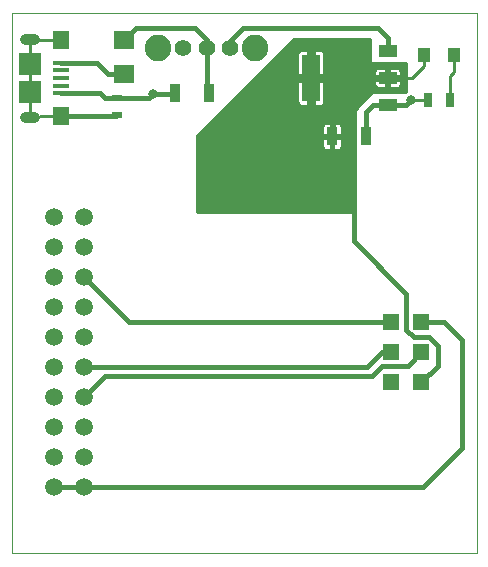
<source format=gtl>
G75*
%MOIN*%
%OFA0B0*%
%FSLAX25Y25*%
%IPPOS*%
%LPD*%
%AMOC8*
5,1,8,0,0,1.08239X$1,22.5*
%
%ADD10C,0.00000*%
%ADD11R,0.05315X0.01575*%
%ADD12R,0.05512X0.06299*%
%ADD13R,0.07480X0.07480*%
%ADD14C,0.03543*%
%ADD15R,0.05906X0.15748*%
%ADD16R,0.05906X0.03937*%
%ADD17R,0.07087X0.06299*%
%ADD18C,0.05600*%
%ADD19C,0.08858*%
%ADD20R,0.03543X0.02362*%
%ADD21R,0.04331X0.04921*%
%ADD22R,0.02756X0.05118*%
%ADD23R,0.03543X0.06299*%
%ADD24R,0.05315X0.05315*%
%ADD25C,0.05906*%
%ADD26C,0.01600*%
%ADD27C,0.03169*%
%ADD28C,0.01000*%
D10*
X0001500Y0001500D02*
X0001500Y0181500D01*
X0156500Y0181500D01*
X0156500Y0001500D01*
X0001500Y0001500D01*
D11*
X0018000Y0154882D03*
X0018000Y0157441D03*
X0018000Y0160000D03*
X0018000Y0162559D03*
X0018000Y0165118D03*
D12*
X0018000Y0172598D03*
X0018000Y0147402D03*
D13*
X0007469Y0155276D03*
X0007469Y0164724D03*
D14*
X0008866Y0172992D02*
X0008866Y0172992D01*
X0006110Y0172992D01*
X0006110Y0172992D01*
X0008866Y0172992D01*
X0008866Y0147008D02*
X0008866Y0147008D01*
X0006110Y0147008D01*
X0006110Y0147008D01*
X0008866Y0147008D01*
D15*
X0101205Y0160000D03*
D16*
X0126795Y0160000D03*
X0126795Y0150945D03*
X0126795Y0169055D03*
D17*
X0039000Y0172512D03*
X0039000Y0161488D03*
D18*
X0058600Y0170000D03*
X0066500Y0170000D03*
X0074400Y0170000D03*
D19*
X0082650Y0170000D03*
X0050350Y0170000D03*
D20*
X0036500Y0153453D03*
X0036500Y0147547D03*
D21*
X0139079Y0167500D03*
X0148921Y0167500D03*
D22*
X0147740Y0152500D03*
X0140260Y0152500D03*
D23*
X0119709Y0140500D03*
X0108291Y0140500D03*
X0067209Y0155000D03*
X0055791Y0155000D03*
D24*
X0128000Y0078500D03*
X0128000Y0068500D03*
X0128000Y0058500D03*
X0138000Y0058500D03*
X0138000Y0068500D03*
X0138000Y0078500D03*
D25*
X0025500Y0073500D03*
X0025500Y0083500D03*
X0025500Y0093500D03*
X0025500Y0103500D03*
X0025500Y0113500D03*
X0015500Y0113500D03*
X0015500Y0103500D03*
X0015500Y0093500D03*
X0015500Y0083500D03*
X0015500Y0073500D03*
X0015500Y0063500D03*
X0015500Y0053500D03*
X0015500Y0043500D03*
X0015500Y0033500D03*
X0015500Y0023500D03*
X0025500Y0023500D03*
X0025500Y0033500D03*
X0025500Y0043500D03*
X0025500Y0053500D03*
X0025500Y0063500D03*
D26*
X0120000Y0063500D01*
X0125000Y0068500D01*
X0128000Y0068500D01*
X0125000Y0064000D02*
X0133500Y0064000D01*
X0138000Y0068500D01*
X0135500Y0073500D02*
X0133000Y0076000D01*
X0133000Y0088000D01*
X0115500Y0105500D01*
X0115500Y0116500D01*
X0115500Y0116593D02*
X0063500Y0116593D01*
X0063500Y0115500D02*
X0063500Y0140500D01*
X0095500Y0172500D01*
X0120500Y0172500D01*
X0120500Y0164500D01*
X0132500Y0164500D01*
X0132500Y0155500D01*
X0121500Y0155500D01*
X0115500Y0149500D01*
X0115500Y0115500D01*
X0063500Y0115500D01*
X0063500Y0118191D02*
X0115500Y0118191D01*
X0115500Y0119790D02*
X0063500Y0119790D01*
X0063500Y0121388D02*
X0115500Y0121388D01*
X0115500Y0122987D02*
X0063500Y0122987D01*
X0063500Y0124585D02*
X0115500Y0124585D01*
X0115500Y0126184D02*
X0063500Y0126184D01*
X0063500Y0127782D02*
X0115500Y0127782D01*
X0115500Y0129381D02*
X0063500Y0129381D01*
X0063500Y0130979D02*
X0115500Y0130979D01*
X0115500Y0132578D02*
X0063500Y0132578D01*
X0063500Y0134176D02*
X0115500Y0134176D01*
X0115500Y0135775D02*
X0110934Y0135775D01*
X0110758Y0135673D02*
X0111168Y0135910D01*
X0111503Y0136245D01*
X0111740Y0136656D01*
X0111863Y0137113D01*
X0111863Y0140414D01*
X0108377Y0140414D01*
X0108377Y0135550D01*
X0110300Y0135550D01*
X0110758Y0135673D01*
X0111863Y0137373D02*
X0115500Y0137373D01*
X0115500Y0138972D02*
X0111863Y0138972D01*
X0111863Y0140586D02*
X0111863Y0143887D01*
X0111740Y0144344D01*
X0111503Y0144755D01*
X0111168Y0145090D01*
X0110758Y0145327D01*
X0110300Y0145450D01*
X0108377Y0145450D01*
X0108377Y0140586D01*
X0108205Y0140586D01*
X0108205Y0140414D01*
X0104720Y0140414D01*
X0104720Y0137113D01*
X0104842Y0136656D01*
X0105079Y0136245D01*
X0105414Y0135910D01*
X0105825Y0135673D01*
X0106283Y0135550D01*
X0108205Y0135550D01*
X0108205Y0140414D01*
X0108377Y0140414D01*
X0108377Y0140586D01*
X0111863Y0140586D01*
X0111863Y0142169D02*
X0115500Y0142169D01*
X0115500Y0140570D02*
X0108377Y0140570D01*
X0108291Y0140500D02*
X0108500Y0140500D01*
X0108500Y0160000D01*
X0101205Y0160000D01*
X0101881Y0159753D02*
X0122043Y0159753D01*
X0122043Y0159816D02*
X0122043Y0157795D01*
X0122165Y0157337D01*
X0122402Y0156926D01*
X0122737Y0156591D01*
X0123148Y0156354D01*
X0123606Y0156231D01*
X0126611Y0156231D01*
X0126611Y0159816D01*
X0122043Y0159816D01*
X0122043Y0160184D02*
X0122043Y0162205D01*
X0122165Y0162663D01*
X0122402Y0163074D01*
X0122737Y0163409D01*
X0123148Y0163646D01*
X0123606Y0163768D01*
X0126611Y0163768D01*
X0126611Y0160184D01*
X0126611Y0159816D01*
X0126980Y0159816D01*
X0126980Y0160184D01*
X0131548Y0160184D01*
X0131548Y0162205D01*
X0131425Y0162663D01*
X0131188Y0163074D01*
X0130853Y0163409D01*
X0130443Y0163646D01*
X0129985Y0163768D01*
X0126980Y0163768D01*
X0126980Y0160184D01*
X0126611Y0160184D01*
X0122043Y0160184D01*
X0122043Y0161351D02*
X0105957Y0161351D01*
X0105957Y0160676D02*
X0105957Y0168111D01*
X0105835Y0168569D01*
X0105598Y0168979D01*
X0105263Y0169314D01*
X0104852Y0169551D01*
X0104394Y0169674D01*
X0101881Y0169674D01*
X0101881Y0160676D01*
X0105957Y0160676D01*
X0105957Y0159324D02*
X0101881Y0159324D01*
X0101881Y0160676D01*
X0100528Y0160676D01*
X0100528Y0159324D01*
X0096452Y0159324D01*
X0096452Y0151889D01*
X0096575Y0151431D01*
X0096812Y0151021D01*
X0097147Y0150686D01*
X0097557Y0150449D01*
X0098015Y0150326D01*
X0100528Y0150326D01*
X0100528Y0159324D01*
X0101881Y0159324D01*
X0101881Y0150326D01*
X0104394Y0150326D01*
X0104852Y0150449D01*
X0105263Y0150686D01*
X0105598Y0151021D01*
X0105835Y0151431D01*
X0105957Y0151889D01*
X0105957Y0159324D01*
X0105957Y0158154D02*
X0122043Y0158154D01*
X0122799Y0156556D02*
X0105957Y0156556D01*
X0105957Y0154957D02*
X0120957Y0154957D01*
X0119359Y0153359D02*
X0105957Y0153359D01*
X0105923Y0151760D02*
X0117760Y0151760D01*
X0116162Y0150162D02*
X0073162Y0150162D01*
X0074760Y0151760D02*
X0096487Y0151760D01*
X0096452Y0153359D02*
X0076359Y0153359D01*
X0077957Y0154957D02*
X0096452Y0154957D01*
X0096452Y0156556D02*
X0079556Y0156556D01*
X0081154Y0158154D02*
X0096452Y0158154D01*
X0096452Y0160676D02*
X0096452Y0168111D01*
X0096575Y0168569D01*
X0096812Y0168979D01*
X0097147Y0169314D01*
X0097557Y0169551D01*
X0098015Y0169674D01*
X0100528Y0169674D01*
X0100528Y0160676D01*
X0096452Y0160676D01*
X0096452Y0161351D02*
X0084351Y0161351D01*
X0082753Y0159753D02*
X0100528Y0159753D01*
X0100528Y0161351D02*
X0101881Y0161351D01*
X0101881Y0162950D02*
X0100528Y0162950D01*
X0100528Y0164548D02*
X0101881Y0164548D01*
X0101881Y0166147D02*
X0100528Y0166147D01*
X0100528Y0167745D02*
X0101881Y0167745D01*
X0101881Y0169344D02*
X0100528Y0169344D01*
X0097198Y0169344D02*
X0092344Y0169344D01*
X0093942Y0170942D02*
X0120500Y0170942D01*
X0120500Y0169344D02*
X0105212Y0169344D01*
X0105957Y0167745D02*
X0120500Y0167745D01*
X0120500Y0166147D02*
X0105957Y0166147D01*
X0105957Y0164548D02*
X0120500Y0164548D01*
X0122331Y0162950D02*
X0105957Y0162950D01*
X0108500Y0160000D02*
X0126795Y0160000D01*
X0126980Y0159816D02*
X0126980Y0156231D01*
X0129985Y0156231D01*
X0130443Y0156354D01*
X0130853Y0156591D01*
X0131188Y0156926D01*
X0131425Y0157337D01*
X0131548Y0157795D01*
X0131548Y0159816D01*
X0126980Y0159816D01*
X0126980Y0159753D02*
X0126611Y0159753D01*
X0126611Y0161351D02*
X0126980Y0161351D01*
X0126980Y0162950D02*
X0126611Y0162950D01*
X0131260Y0162950D02*
X0132500Y0162950D01*
X0132500Y0161351D02*
X0131548Y0161351D01*
X0131548Y0159753D02*
X0132500Y0159753D01*
X0132500Y0158154D02*
X0131548Y0158154D01*
X0130792Y0156556D02*
X0132500Y0156556D01*
X0134500Y0152500D02*
X0132945Y0150945D01*
X0126795Y0150945D01*
X0121945Y0150945D01*
X0119500Y0148500D01*
X0119500Y0140512D01*
X0115500Y0143768D02*
X0111863Y0143768D01*
X0110612Y0145366D02*
X0115500Y0145366D01*
X0115500Y0146965D02*
X0069965Y0146965D01*
X0071563Y0148563D02*
X0115500Y0148563D01*
X0108377Y0145366D02*
X0108205Y0145366D01*
X0108205Y0145450D02*
X0106283Y0145450D01*
X0105825Y0145327D01*
X0105414Y0145090D01*
X0105079Y0144755D01*
X0104842Y0144344D01*
X0104720Y0143887D01*
X0104720Y0140586D01*
X0108205Y0140586D01*
X0108205Y0145450D01*
X0108205Y0143768D02*
X0108377Y0143768D01*
X0108377Y0142169D02*
X0108205Y0142169D01*
X0108205Y0140570D02*
X0063570Y0140570D01*
X0063500Y0138972D02*
X0104720Y0138972D01*
X0104720Y0137373D02*
X0063500Y0137373D01*
X0063500Y0135775D02*
X0105648Y0135775D01*
X0108205Y0135775D02*
X0108377Y0135775D01*
X0108377Y0137373D02*
X0108205Y0137373D01*
X0108205Y0138972D02*
X0108377Y0138972D01*
X0104720Y0142169D02*
X0065169Y0142169D01*
X0066768Y0143768D02*
X0104720Y0143768D01*
X0105971Y0145366D02*
X0068366Y0145366D01*
X0067209Y0155000D02*
X0066500Y0155000D01*
X0066500Y0170000D01*
X0066500Y0172500D01*
X0062500Y0176500D01*
X0042988Y0176500D01*
X0039000Y0172512D01*
X0039000Y0161488D02*
X0033512Y0161488D01*
X0029882Y0165118D01*
X0018000Y0165118D01*
X0018000Y0154882D02*
X0031118Y0154882D01*
X0032547Y0153453D01*
X0036500Y0153453D01*
X0047453Y0153453D01*
X0048500Y0154500D01*
X0055791Y0154500D01*
X0055791Y0155000D01*
X0055791Y0154500D02*
X0055988Y0154500D01*
X0036500Y0147547D02*
X0036354Y0147402D01*
X0018000Y0147402D01*
X0025500Y0093500D02*
X0040500Y0078500D01*
X0128000Y0078500D01*
X0135500Y0073500D02*
X0140500Y0073500D01*
X0143500Y0070500D01*
X0143500Y0064000D01*
X0138000Y0058500D01*
X0125000Y0064000D02*
X0121500Y0060500D01*
X0032500Y0060500D01*
X0025500Y0053500D01*
X0025500Y0023500D02*
X0015500Y0023500D01*
X0025500Y0023500D02*
X0138500Y0023500D01*
X0151500Y0036500D01*
X0151500Y0072500D01*
X0145500Y0078500D01*
X0138000Y0078500D01*
X0101881Y0151760D02*
X0100528Y0151760D01*
X0100528Y0153359D02*
X0101881Y0153359D01*
X0101881Y0154957D02*
X0100528Y0154957D01*
X0100528Y0156556D02*
X0101881Y0156556D01*
X0101881Y0158154D02*
X0100528Y0158154D01*
X0096452Y0162950D02*
X0085950Y0162950D01*
X0087548Y0164548D02*
X0096452Y0164548D01*
X0096452Y0166147D02*
X0089147Y0166147D01*
X0090745Y0167745D02*
X0096452Y0167745D01*
X0078500Y0176500D02*
X0123500Y0176500D01*
X0126795Y0173205D01*
X0126795Y0169055D01*
X0126611Y0158154D02*
X0126980Y0158154D01*
X0126980Y0156556D02*
X0126611Y0156556D01*
X0078500Y0176500D02*
X0074500Y0172500D01*
X0074500Y0170100D01*
X0074400Y0170000D01*
D27*
X0048500Y0154500D03*
X0134500Y0152500D03*
D28*
X0140260Y0152500D01*
X0135000Y0160000D02*
X0139079Y0164079D01*
X0139079Y0167500D01*
X0135000Y0160000D02*
X0126795Y0160000D01*
X0147740Y0160740D02*
X0147740Y0152500D01*
X0147740Y0160740D02*
X0148921Y0161921D01*
X0148921Y0167500D01*
X0018000Y0172598D02*
X0013488Y0172598D01*
X0007488Y0172992D01*
X0007488Y0164724D01*
X0007469Y0164724D01*
X0007469Y0155276D01*
X0007469Y0148008D01*
X0007488Y0147008D01*
X0013488Y0147402D01*
X0018000Y0147402D01*
M02*

</source>
